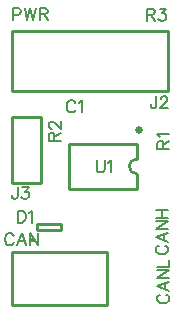
<source format=gbr>
G04 DipTrace 3.2.0.1*
G04 TopSilk.gbr*
%MOMM*%
G04 #@! TF.FileFunction,Legend,Top*
G04 #@! TF.Part,Single*
%ADD10C,0.25*%
%ADD18O,0.39154X0.39176*%
%ADD26C,0.63516*%
%ADD55C,0.15*%
%FSLAX35Y35*%
G04*
G71*
G90*
G75*
G01*
G04 TopSilk*
%LPD*%
D18*
X1301658Y1602635D3*
X1334995Y1690013D2*
D10*
X1535012D1*
Y1739987D1*
X1334995D1*
Y1690013D1*
X1120977Y1500813D2*
X1920977D1*
Y1050813D1*
X1120977D1*
Y1500813D1*
X1366877Y2642240D2*
X1116877D1*
Y2084240D1*
X1366877D1*
Y2642240D1*
X1118000Y3371000D2*
X2438000D1*
Y2863000D1*
X1118000D1*
Y3371000D1*
X2177144Y2034305D2*
X1605628D1*
Y2415308D1*
X2177144D1*
Y2288331D1*
Y2034305D2*
Y2161282D1*
Y2288331D2*
G03X2177144Y2161282I9J-63525D01*
G01*
D26*
X2199641Y2531552D3*
X1656762Y2758878D2*
D55*
X1651933Y2768536D1*
X1642162Y2778307D1*
X1632503Y2783136D1*
X1613074D1*
X1603303Y2778307D1*
X1593645Y2768536D1*
X1588703Y2758878D1*
X1583874Y2744278D1*
Y2719907D1*
X1588703Y2705419D1*
X1593645Y2695648D1*
X1603303Y2685990D1*
X1613074Y2681048D1*
X1632503D1*
X1642162Y2685990D1*
X1651933Y2695648D1*
X1656762Y2705419D1*
X1686762Y2763595D2*
X1696533Y2768536D1*
X1711133Y2783024D1*
Y2681048D1*
X2362689Y1554711D2*
X2353031Y1549882D1*
X2343260Y1540111D1*
X2338431Y1530453D1*
Y1511023D1*
X2343260Y1501253D1*
X2353031Y1491594D1*
X2362689Y1486653D1*
X2377289Y1481823D1*
X2401660D1*
X2416147Y1486653D1*
X2425918Y1491594D1*
X2435577Y1501253D1*
X2440518Y1511023D1*
Y1530452D1*
X2435577Y1540111D1*
X2425918Y1549882D1*
X2416148Y1554711D1*
X2440518Y1662540D2*
X2338431Y1623569D1*
X2440518Y1584711D1*
X2406489Y1599311D2*
Y1647940D1*
X2338431Y1760599D2*
X2440518Y1760598D1*
X2338431Y1692540D1*
X2440518D1*
X2338431Y1790599D2*
X2440518Y1790598D1*
X2338431Y1858657D2*
X2440518D1*
X2387060Y1790598D2*
Y1858657D1*
X2372689Y1139596D2*
X2363031Y1134767D1*
X2353260Y1124996D1*
X2348431Y1115338D1*
Y1095909D1*
X2353260Y1086138D1*
X2363031Y1076480D1*
X2372689Y1071538D1*
X2387289Y1066709D1*
X2411660D1*
X2426147Y1071538D1*
X2435918Y1076480D1*
X2445577Y1086138D1*
X2450518Y1095909D1*
Y1115338D1*
X2445577Y1124996D1*
X2435918Y1134767D1*
X2426148Y1139596D1*
X2450518Y1247425D2*
X2348431Y1208455D1*
X2450518Y1169596D1*
X2416489Y1184196D2*
Y1232825D1*
X2348431Y1345484D2*
X2450518D1*
X2348431Y1277425D1*
X2450518D1*
X2348431Y1375484D2*
X2450518D1*
Y1433772D1*
X1167332Y1850946D2*
Y1748858D1*
X1201361D1*
X1215961Y1753800D1*
X1225732Y1763458D1*
X1230561Y1773229D1*
X1235391Y1787717D1*
Y1812088D1*
X1230561Y1826688D1*
X1225732Y1836346D1*
X1215961Y1846117D1*
X1201361Y1850946D1*
X1167332D1*
X1265391Y1831405D2*
X1275161Y1836346D1*
X1289761Y1850834D1*
Y1748858D1*
X1128312Y3509988D2*
X1172112D1*
X1186600Y3514817D1*
X1191542Y3519758D1*
X1196371Y3529417D1*
Y3544017D1*
X1191542Y3553675D1*
X1186600Y3558617D1*
X1172112Y3563446D1*
X1128312D1*
Y3461358D1*
X1226371Y3563446D2*
X1250742Y3461358D1*
X1275000Y3563446D1*
X1299258Y3461358D1*
X1323629Y3563446D1*
X1353629Y3514817D2*
X1397317D1*
X1411917Y3519758D1*
X1416858Y3524588D1*
X1421688Y3534246D1*
Y3544017D1*
X1416858Y3553675D1*
X1411917Y3558617D1*
X1397317Y3563446D1*
X1353629D1*
Y3461358D1*
X1387658Y3514817D2*
X1421688Y3461358D1*
X1134477Y1635001D2*
X1129647Y1644659D1*
X1119877Y1654430D1*
X1110218Y1659259D1*
X1090789D1*
X1081018Y1654430D1*
X1071360Y1644659D1*
X1066418Y1635001D1*
X1061589Y1620401D1*
Y1596030D1*
X1066418Y1581543D1*
X1071360Y1571772D1*
X1081018Y1562113D1*
X1090789Y1557172D1*
X1110218D1*
X1119877Y1562113D1*
X1129647Y1571772D1*
X1134477Y1581543D1*
X1242306Y1557172D2*
X1203335Y1659259D1*
X1164477Y1557172D1*
X1179077Y1591201D2*
X1227706D1*
X1340364Y1659259D2*
Y1557172D1*
X1272306Y1659259D1*
Y1557172D1*
X1167162Y2050686D2*
Y1972969D1*
X1162333Y1958369D1*
X1157391Y1953540D1*
X1147733Y1948598D1*
X1137962D1*
X1128304Y1953540D1*
X1123474Y1958369D1*
X1118533Y1972969D1*
Y1982628D1*
X1206933Y2050574D2*
X1260279D1*
X1231191Y2011715D1*
X1245791D1*
X1255450Y2006886D1*
X1260279Y2002057D1*
X1265221Y1987457D1*
Y1977798D1*
X1260279Y1963198D1*
X1250621Y1953428D1*
X1236021Y1948598D1*
X1221421D1*
X1206933Y1953428D1*
X1202104Y1958369D1*
X1197162Y1968028D1*
X2343285Y2819446D2*
Y2741729D1*
X2338456Y2727129D1*
X2333515Y2722300D1*
X2323856Y2717358D1*
X2314085D1*
X2304427Y2722300D1*
X2299598Y2727129D1*
X2294656Y2741729D1*
Y2751388D1*
X2378227Y2795075D2*
Y2799905D1*
X2383056Y2809675D1*
X2387885Y2814505D1*
X2397656Y2819334D1*
X2417085D1*
X2426744Y2814505D1*
X2431573Y2809675D1*
X2436515Y2799905D1*
Y2790246D1*
X2431573Y2780475D1*
X2421915Y2765988D1*
X2373285Y2717358D1*
X2441344D1*
X1480183Y2441942D2*
Y2485630D1*
X1475242Y2500229D1*
X1470412Y2505171D1*
X1460754Y2510000D1*
X1450983D1*
X1441325Y2505171D1*
X1436383Y2500230D1*
X1431554Y2485630D1*
Y2441942D1*
X1533642D1*
X1480183Y2475971D2*
X1533642Y2510000D1*
X1455925Y2544942D2*
X1451096D1*
X1441325Y2549771D1*
X1436496Y2554600D1*
X1431666Y2564371D1*
Y2583800D1*
X1436496Y2593459D1*
X1441325Y2598288D1*
X1451096Y2603229D1*
X1460754D1*
X1470525Y2598288D1*
X1485012Y2588629D1*
X1533642Y2540000D1*
Y2608058D1*
X2400183Y2373786D2*
Y2417473D1*
X2395242Y2432073D1*
X2390412Y2437015D1*
X2380754Y2441844D1*
X2370983D1*
X2361325Y2437015D1*
X2356383Y2432073D1*
X2351554Y2417473D1*
Y2373786D1*
X2453642D1*
X2400183Y2407815D2*
X2453642Y2441844D1*
X2371096Y2471844D2*
X2366154Y2481615D1*
X2351666Y2496215D1*
X2453642D1*
X2261942Y3509817D2*
X2305629D1*
X2320229Y3514758D1*
X2325171Y3519588D1*
X2330000Y3529246D1*
Y3539017D1*
X2325171Y3548675D1*
X2320229Y3553617D1*
X2305629Y3558446D1*
X2261942D1*
Y3456358D1*
X2295971Y3509817D2*
X2330000Y3456358D1*
X2369771Y3558334D2*
X2423117D1*
X2394029Y3519475D1*
X2408629D1*
X2418288Y3514646D1*
X2423117Y3509817D1*
X2428058Y3495217D1*
Y3485558D1*
X2423117Y3470958D1*
X2413458Y3461188D1*
X2398858Y3456358D1*
X2384258D1*
X2369771Y3461188D1*
X2364942Y3466129D1*
X2360000Y3475788D1*
X1837299Y2275836D2*
Y2202948D1*
X1842128Y2188348D1*
X1851899Y2178690D1*
X1866499Y2173748D1*
X1876157D1*
X1890757Y2178690D1*
X1900528Y2188348D1*
X1905357Y2202948D1*
Y2275836D1*
X1935357Y2256295D2*
X1945128Y2261236D1*
X1959728Y2275724D1*
Y2173748D1*
M02*

</source>
